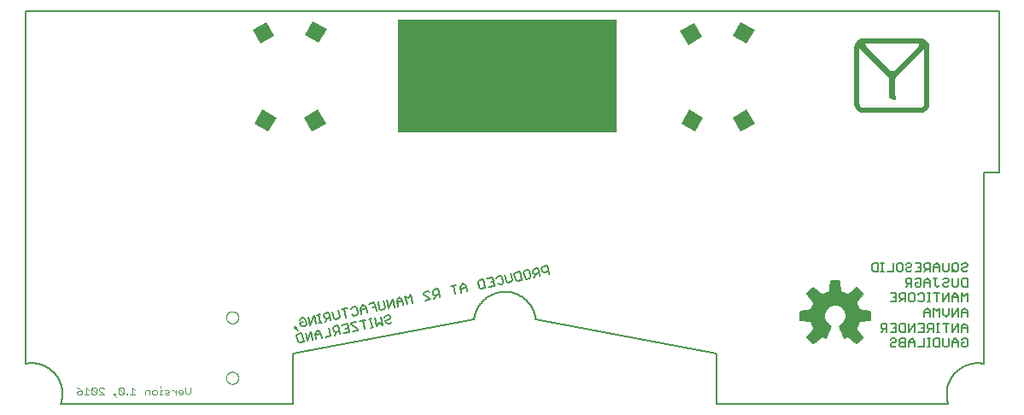
<source format=gbo>
G75*
%MOIN*%
%OFA0B0*%
%FSLAX25Y25*%
%IPPOS*%
%LPD*%
%AMOC8*
5,1,8,0,0,1.08239X$1,22.5*
%
%ADD10C,0.00800*%
%ADD11C,0.00787*%
%ADD12C,0.00600*%
%ADD13C,0.00300*%
%ADD14R,0.06299X0.06299*%
%ADD15R,0.85433X0.44094*%
%ADD16C,0.00591*%
%ADD17C,0.02100*%
%ADD18C,0.02400*%
%ADD19C,0.02200*%
%ADD20C,0.00100*%
%ADD21C,0.00000*%
D10*
X0016870Y0164242D02*
X0396791Y0164242D01*
D11*
X0030650Y0010698D02*
X0030743Y0010975D01*
X0030830Y0011254D01*
X0030910Y0011534D01*
X0030983Y0011817D01*
X0031049Y0012101D01*
X0031108Y0012387D01*
X0031161Y0012674D01*
X0031206Y0012963D01*
X0031244Y0013252D01*
X0031276Y0013542D01*
X0031300Y0013833D01*
X0031317Y0014125D01*
X0031327Y0014416D01*
X0031330Y0014708D01*
X0031326Y0015000D01*
X0031315Y0015292D01*
X0031296Y0015583D01*
X0031271Y0015874D01*
X0031238Y0016164D01*
X0031199Y0016453D01*
X0031152Y0016742D01*
X0031099Y0017029D01*
X0031039Y0017314D01*
X0030971Y0017598D01*
X0030897Y0017880D01*
X0030816Y0018161D01*
X0030728Y0018439D01*
X0030633Y0018715D01*
X0030532Y0018989D01*
X0030424Y0019260D01*
X0030310Y0019529D01*
X0030189Y0019795D01*
X0030061Y0020057D01*
X0029928Y0020317D01*
X0029788Y0020573D01*
X0029642Y0020826D01*
X0029489Y0021075D01*
X0029331Y0021320D01*
X0029167Y0021561D01*
X0028997Y0021799D01*
X0028821Y0022032D01*
X0028640Y0022261D01*
X0028453Y0022485D01*
X0028261Y0022705D01*
X0028063Y0022919D01*
X0027860Y0023130D01*
X0027653Y0023335D01*
X0027440Y0023535D01*
X0027223Y0023729D01*
X0027001Y0023919D01*
X0026774Y0024103D01*
X0026543Y0024281D01*
X0026308Y0024454D01*
X0026068Y0024621D01*
X0025825Y0024782D01*
X0025577Y0024937D01*
X0025327Y0025086D01*
X0025072Y0025229D01*
X0024814Y0025366D01*
X0024553Y0025497D01*
X0024289Y0025621D01*
X0024021Y0025738D01*
X0023752Y0025849D01*
X0023479Y0025954D01*
X0023204Y0026052D01*
X0022927Y0026143D01*
X0022647Y0026227D01*
X0022366Y0026304D01*
X0022082Y0026375D01*
X0021798Y0026439D01*
X0021511Y0026496D01*
X0021224Y0026546D01*
X0020935Y0026588D01*
X0020645Y0026624D01*
X0020355Y0026653D01*
X0020064Y0026675D01*
X0019772Y0026689D01*
X0019480Y0026697D01*
X0019188Y0026697D01*
X0018896Y0026691D01*
X0018605Y0026677D01*
X0018314Y0026656D01*
X0018023Y0026628D01*
X0017733Y0026593D01*
X0017444Y0026551D01*
X0017157Y0026502D01*
X0016870Y0026446D01*
X0016870Y0026447D02*
X0016870Y0164242D01*
X0121201Y0030384D02*
X0192028Y0043825D01*
X0192064Y0044119D01*
X0192108Y0044412D01*
X0192158Y0044704D01*
X0192216Y0044995D01*
X0192281Y0045284D01*
X0192353Y0045571D01*
X0192432Y0045857D01*
X0192518Y0046140D01*
X0192611Y0046421D01*
X0192711Y0046700D01*
X0192818Y0046977D01*
X0192931Y0047251D01*
X0193051Y0047521D01*
X0193178Y0047789D01*
X0193311Y0048054D01*
X0193451Y0048315D01*
X0193597Y0048573D01*
X0193750Y0048827D01*
X0193908Y0049077D01*
X0194073Y0049324D01*
X0194243Y0049566D01*
X0194420Y0049804D01*
X0194602Y0050038D01*
X0194790Y0050267D01*
X0194984Y0050491D01*
X0195183Y0050710D01*
X0195387Y0050925D01*
X0195597Y0051135D01*
X0195811Y0051339D01*
X0196031Y0051538D01*
X0196255Y0051731D01*
X0196484Y0051919D01*
X0196718Y0052102D01*
X0196956Y0052278D01*
X0197198Y0052449D01*
X0197444Y0052613D01*
X0197695Y0052772D01*
X0197949Y0052924D01*
X0198207Y0053070D01*
X0198468Y0053210D01*
X0198733Y0053343D01*
X0199001Y0053470D01*
X0199271Y0053590D01*
X0199545Y0053703D01*
X0199822Y0053810D01*
X0200101Y0053909D01*
X0200382Y0054002D01*
X0200666Y0054088D01*
X0200951Y0054167D01*
X0201239Y0054239D01*
X0201528Y0054304D01*
X0201818Y0054362D01*
X0202110Y0054413D01*
X0202403Y0054456D01*
X0202697Y0054492D01*
X0202992Y0054521D01*
X0203288Y0054543D01*
X0203584Y0054558D01*
X0203880Y0054565D01*
X0204176Y0054565D01*
X0204472Y0054558D01*
X0204768Y0054543D01*
X0205064Y0054521D01*
X0205359Y0054492D01*
X0205653Y0054456D01*
X0205946Y0054413D01*
X0206238Y0054362D01*
X0206528Y0054304D01*
X0206817Y0054239D01*
X0207105Y0054167D01*
X0207390Y0054088D01*
X0207674Y0054002D01*
X0207955Y0053909D01*
X0208234Y0053810D01*
X0208511Y0053703D01*
X0208785Y0053590D01*
X0209055Y0053470D01*
X0209323Y0053343D01*
X0209588Y0053210D01*
X0209849Y0053070D01*
X0210107Y0052924D01*
X0210361Y0052772D01*
X0210612Y0052613D01*
X0210858Y0052449D01*
X0211100Y0052278D01*
X0211338Y0052102D01*
X0211572Y0051919D01*
X0211801Y0051731D01*
X0212025Y0051538D01*
X0212245Y0051339D01*
X0212459Y0051135D01*
X0212669Y0050925D01*
X0212873Y0050710D01*
X0213072Y0050491D01*
X0213266Y0050267D01*
X0213454Y0050038D01*
X0213636Y0049804D01*
X0213813Y0049566D01*
X0213983Y0049324D01*
X0214148Y0049077D01*
X0214306Y0048827D01*
X0214459Y0048573D01*
X0214605Y0048315D01*
X0214745Y0048054D01*
X0214878Y0047789D01*
X0215005Y0047521D01*
X0215125Y0047251D01*
X0215238Y0046977D01*
X0215345Y0046700D01*
X0215445Y0046421D01*
X0215538Y0046140D01*
X0215624Y0045857D01*
X0215703Y0045571D01*
X0215775Y0045284D01*
X0215840Y0044995D01*
X0215898Y0044704D01*
X0215948Y0044412D01*
X0215992Y0044119D01*
X0216028Y0043825D01*
X0286555Y0030384D01*
X0286555Y0010699D01*
X0377106Y0010699D01*
X0377015Y0010978D01*
X0376930Y0011260D01*
X0376851Y0011544D01*
X0376780Y0011830D01*
X0376716Y0012117D01*
X0376659Y0012406D01*
X0376609Y0012696D01*
X0376566Y0012987D01*
X0376530Y0013279D01*
X0376501Y0013572D01*
X0376480Y0013865D01*
X0376465Y0014159D01*
X0376458Y0014454D01*
X0376458Y0014748D01*
X0376465Y0015042D01*
X0376479Y0015336D01*
X0376501Y0015630D01*
X0376529Y0015923D01*
X0376565Y0016215D01*
X0376608Y0016506D01*
X0376658Y0016796D01*
X0376714Y0017085D01*
X0376778Y0017372D01*
X0376849Y0017658D01*
X0376927Y0017942D01*
X0377012Y0018224D01*
X0377104Y0018503D01*
X0377202Y0018781D01*
X0377307Y0019056D01*
X0377419Y0019328D01*
X0377538Y0019597D01*
X0377662Y0019864D01*
X0377794Y0020127D01*
X0377932Y0020387D01*
X0378076Y0020644D01*
X0378226Y0020897D01*
X0378383Y0021146D01*
X0378545Y0021392D01*
X0378713Y0021633D01*
X0378888Y0021871D01*
X0379068Y0022103D01*
X0379253Y0022332D01*
X0379444Y0022556D01*
X0379641Y0022775D01*
X0379843Y0022989D01*
X0380050Y0023198D01*
X0380262Y0023403D01*
X0380479Y0023602D01*
X0380700Y0023795D01*
X0380927Y0023983D01*
X0381157Y0024166D01*
X0381393Y0024343D01*
X0381632Y0024514D01*
X0381876Y0024679D01*
X0382123Y0024838D01*
X0382375Y0024992D01*
X0382630Y0025139D01*
X0382888Y0025279D01*
X0383150Y0025414D01*
X0383415Y0025542D01*
X0383683Y0025663D01*
X0383954Y0025778D01*
X0384228Y0025886D01*
X0384504Y0025988D01*
X0384783Y0026083D01*
X0385064Y0026170D01*
X0385347Y0026252D01*
X0385632Y0026326D01*
X0385918Y0026393D01*
X0386206Y0026453D01*
X0386496Y0026506D01*
X0386787Y0026552D01*
X0387078Y0026591D01*
X0387371Y0026623D01*
X0387664Y0026648D01*
X0387958Y0026665D01*
X0388252Y0026676D01*
X0388547Y0026679D01*
X0388841Y0026675D01*
X0389135Y0026664D01*
X0389429Y0026646D01*
X0389722Y0026620D01*
X0390015Y0026588D01*
X0390306Y0026548D01*
X0390597Y0026501D01*
X0390886Y0026447D01*
X0390886Y0101250D01*
X0396791Y0101250D01*
X0396791Y0164242D01*
X0121201Y0030384D02*
X0121201Y0010699D01*
X0030650Y0010699D01*
D12*
X0123183Y0035118D02*
X0122720Y0037296D01*
X0123149Y0037956D01*
X0124782Y0038303D01*
X0125476Y0035036D01*
X0123843Y0034689D01*
X0123183Y0035118D01*
X0126844Y0035327D02*
X0126150Y0038594D01*
X0128328Y0039057D02*
X0126844Y0035327D01*
X0129022Y0035790D02*
X0128328Y0039057D01*
X0129927Y0038259D02*
X0130390Y0036081D01*
X0130043Y0037714D02*
X0132221Y0038177D01*
X0132105Y0038721D02*
X0132568Y0036544D01*
X0133936Y0036834D02*
X0136114Y0037297D01*
X0135420Y0040564D01*
X0136904Y0040310D02*
X0137135Y0039221D01*
X0137795Y0038793D01*
X0139429Y0039140D01*
X0139660Y0038051D02*
X0138966Y0041318D01*
X0137332Y0040971D01*
X0136904Y0040310D01*
X0138340Y0038908D02*
X0137482Y0037588D01*
X0141028Y0038342D02*
X0143206Y0038805D01*
X0142512Y0042072D01*
X0140334Y0041609D01*
X0141770Y0040207D02*
X0142859Y0040438D01*
X0143995Y0041818D02*
X0146636Y0040103D01*
X0146752Y0039558D01*
X0144574Y0039095D01*
X0143995Y0041818D02*
X0143880Y0042362D01*
X0146058Y0042825D01*
X0147426Y0043116D02*
X0149603Y0043579D01*
X0148515Y0043348D02*
X0149209Y0040081D01*
X0151573Y0040583D02*
X0152662Y0040815D01*
X0152117Y0040699D02*
X0151423Y0043966D01*
X0151967Y0044081D02*
X0150878Y0043850D01*
X0153335Y0044372D02*
X0154030Y0041105D01*
X0154887Y0042426D01*
X0156208Y0041568D01*
X0155513Y0044835D01*
X0156997Y0044581D02*
X0157426Y0045242D01*
X0158515Y0045473D01*
X0159175Y0045044D01*
X0159291Y0044500D01*
X0158862Y0043840D01*
X0157773Y0043608D01*
X0157344Y0042948D01*
X0157460Y0042404D01*
X0158120Y0041975D01*
X0159209Y0042206D01*
X0159638Y0042866D01*
X0158712Y0048138D02*
X0158018Y0051405D01*
X0156650Y0051114D02*
X0157228Y0048392D01*
X0156800Y0047731D01*
X0155711Y0047500D01*
X0155050Y0047929D01*
X0154472Y0050651D01*
X0153104Y0050360D02*
X0153798Y0047093D01*
X0153451Y0048727D02*
X0152362Y0048495D01*
X0150926Y0049897D02*
X0153104Y0050360D01*
X0149789Y0048518D02*
X0148469Y0049375D01*
X0147611Y0048055D01*
X0148074Y0045877D01*
X0146591Y0046130D02*
X0146162Y0045470D01*
X0145073Y0045239D01*
X0144413Y0045668D01*
X0146591Y0046130D02*
X0146128Y0048308D01*
X0145467Y0048737D01*
X0144378Y0048506D01*
X0143950Y0047845D01*
X0142466Y0048099D02*
X0140288Y0047636D01*
X0141377Y0047868D02*
X0142071Y0044601D01*
X0139499Y0044623D02*
X0138920Y0047345D01*
X0136742Y0046883D02*
X0137321Y0044160D01*
X0137981Y0043731D01*
X0139070Y0043963D01*
X0139499Y0044623D01*
X0136069Y0043325D02*
X0135374Y0046592D01*
X0133741Y0046245D01*
X0133312Y0045584D01*
X0133543Y0044495D01*
X0134204Y0044067D01*
X0135837Y0044414D01*
X0134748Y0044182D02*
X0133891Y0042862D01*
X0132523Y0042571D02*
X0131434Y0042340D01*
X0131978Y0042455D02*
X0131284Y0045722D01*
X0131828Y0045838D02*
X0130739Y0045607D01*
X0129464Y0045336D02*
X0127981Y0041606D01*
X0127286Y0044873D01*
X0126034Y0044037D02*
X0126497Y0041859D01*
X0126068Y0041199D01*
X0124979Y0040968D01*
X0124319Y0041397D01*
X0124088Y0042485D01*
X0125177Y0042717D01*
X0126034Y0044037D02*
X0125374Y0044466D01*
X0124285Y0044235D01*
X0123856Y0043574D01*
X0122407Y0040990D02*
X0122522Y0040446D01*
X0121978Y0040330D01*
X0121862Y0040874D01*
X0122407Y0040990D01*
X0121978Y0040330D02*
X0123298Y0039472D01*
X0129927Y0038259D02*
X0130785Y0039579D01*
X0132105Y0038721D01*
X0130159Y0042069D02*
X0129464Y0045336D01*
X0147727Y0047510D02*
X0149905Y0047973D01*
X0149789Y0048518D02*
X0150252Y0046340D01*
X0158712Y0048138D02*
X0160196Y0051868D01*
X0160890Y0048601D01*
X0162258Y0048892D02*
X0161795Y0051070D01*
X0162653Y0052390D01*
X0163973Y0051533D01*
X0164436Y0049355D01*
X0165804Y0049645D02*
X0165109Y0052912D01*
X0166430Y0052055D01*
X0167287Y0053375D01*
X0167982Y0050108D01*
X0164089Y0050988D02*
X0161911Y0050525D01*
X0172433Y0053331D02*
X0172317Y0053875D01*
X0172746Y0054535D01*
X0173835Y0054767D01*
X0174495Y0054338D01*
X0175863Y0054629D02*
X0176094Y0053540D01*
X0176755Y0053111D01*
X0178388Y0053458D01*
X0178620Y0052369D02*
X0177925Y0055636D01*
X0176292Y0055289D01*
X0175863Y0054629D01*
X0177299Y0053227D02*
X0176442Y0051907D01*
X0175074Y0051616D02*
X0172896Y0051153D01*
X0175074Y0051616D02*
X0172433Y0053331D01*
X0182839Y0056681D02*
X0185017Y0057144D01*
X0183928Y0056912D02*
X0184622Y0053645D01*
X0187079Y0054168D02*
X0186616Y0056346D01*
X0187474Y0057666D01*
X0188794Y0056809D01*
X0189257Y0054631D01*
X0188910Y0056264D02*
X0186732Y0055801D01*
X0194055Y0056220D02*
X0193593Y0058397D01*
X0194021Y0059058D01*
X0195655Y0059405D01*
X0196349Y0056138D01*
X0194716Y0055791D01*
X0194055Y0056220D01*
X0197717Y0056429D02*
X0199895Y0056892D01*
X0199201Y0060159D01*
X0197023Y0059696D01*
X0198459Y0058294D02*
X0199548Y0058525D01*
X0201147Y0057727D02*
X0201808Y0057298D01*
X0202896Y0057530D01*
X0203325Y0058190D01*
X0202862Y0060368D01*
X0202202Y0060797D01*
X0201113Y0060565D01*
X0200684Y0059905D01*
X0204115Y0061203D02*
X0204693Y0058481D01*
X0205353Y0058052D01*
X0206442Y0058283D01*
X0206871Y0058944D01*
X0206292Y0061666D01*
X0207776Y0061412D02*
X0208205Y0062073D01*
X0209838Y0062420D01*
X0210533Y0059153D01*
X0208899Y0058806D01*
X0208239Y0059234D01*
X0207776Y0061412D01*
X0211322Y0062166D02*
X0211751Y0062826D01*
X0212840Y0063058D01*
X0213500Y0062629D01*
X0213963Y0060451D01*
X0213534Y0059791D01*
X0212445Y0059559D01*
X0211785Y0059988D01*
X0211322Y0062166D01*
X0214868Y0062920D02*
X0215099Y0061831D01*
X0215760Y0061402D01*
X0217393Y0061749D01*
X0217625Y0060660D02*
X0216930Y0063927D01*
X0215297Y0063580D01*
X0214868Y0062920D01*
X0216304Y0061518D02*
X0215447Y0060197D01*
X0218645Y0062585D02*
X0219306Y0062156D01*
X0220939Y0062503D01*
X0221171Y0061414D02*
X0220476Y0064681D01*
X0218843Y0064334D01*
X0218414Y0063673D01*
X0218645Y0062585D01*
X0347237Y0063039D02*
X0347237Y0065266D01*
X0347794Y0065823D01*
X0349464Y0065823D01*
X0349464Y0062483D01*
X0347794Y0062483D01*
X0347237Y0063039D01*
X0350767Y0062483D02*
X0351881Y0062483D01*
X0351324Y0062483D02*
X0351324Y0065823D01*
X0351881Y0065823D02*
X0350767Y0065823D01*
X0353279Y0062483D02*
X0355506Y0062483D01*
X0355506Y0065823D01*
X0356904Y0065266D02*
X0357461Y0065823D01*
X0358574Y0065823D01*
X0359131Y0065266D01*
X0359131Y0063039D01*
X0358574Y0062483D01*
X0357461Y0062483D01*
X0356904Y0063039D01*
X0356904Y0065266D01*
X0360529Y0065266D02*
X0361086Y0065823D01*
X0362199Y0065823D01*
X0362756Y0065266D01*
X0362756Y0064709D01*
X0362199Y0064153D01*
X0361086Y0064153D01*
X0360529Y0063596D01*
X0360529Y0063039D01*
X0361086Y0062483D01*
X0362199Y0062483D01*
X0362756Y0063039D01*
X0364154Y0062483D02*
X0366381Y0062483D01*
X0366381Y0065823D01*
X0364154Y0065823D01*
X0365268Y0064153D02*
X0366381Y0064153D01*
X0367780Y0064153D02*
X0368336Y0063596D01*
X0370006Y0063596D01*
X0368893Y0063596D02*
X0367780Y0062483D01*
X0367780Y0064153D02*
X0367780Y0065266D01*
X0368336Y0065823D01*
X0370006Y0065823D01*
X0370006Y0062483D01*
X0371405Y0062483D02*
X0371405Y0064709D01*
X0372518Y0065823D01*
X0373631Y0064709D01*
X0373631Y0062483D01*
X0375030Y0063039D02*
X0375030Y0065823D01*
X0373631Y0064153D02*
X0371405Y0064153D01*
X0375030Y0063039D02*
X0375587Y0062483D01*
X0376700Y0062483D01*
X0377256Y0063039D01*
X0377256Y0065823D01*
X0378655Y0065266D02*
X0378655Y0063039D01*
X0379212Y0062483D01*
X0380325Y0062483D01*
X0380882Y0063039D01*
X0380882Y0065266D01*
X0380325Y0065823D01*
X0379212Y0065823D01*
X0378655Y0065266D01*
X0379768Y0063596D02*
X0378655Y0062483D01*
X0378655Y0059917D02*
X0378655Y0057134D01*
X0379212Y0056577D01*
X0380325Y0056577D01*
X0380882Y0057134D01*
X0380882Y0059917D01*
X0382280Y0059360D02*
X0382837Y0059917D01*
X0384507Y0059917D01*
X0384507Y0056577D01*
X0382837Y0056577D01*
X0382280Y0057134D01*
X0382280Y0059360D01*
X0382837Y0062483D02*
X0383950Y0062483D01*
X0384507Y0063039D01*
X0383950Y0064153D02*
X0382837Y0064153D01*
X0382280Y0063596D01*
X0382280Y0063039D01*
X0382837Y0062483D01*
X0383950Y0064153D02*
X0384507Y0064709D01*
X0384507Y0065266D01*
X0383950Y0065823D01*
X0382837Y0065823D01*
X0382280Y0065266D01*
X0376700Y0059917D02*
X0377256Y0059360D01*
X0377256Y0058804D01*
X0376700Y0058247D01*
X0375587Y0058247D01*
X0375030Y0057691D01*
X0375030Y0057134D01*
X0375587Y0056577D01*
X0376700Y0056577D01*
X0377256Y0057134D01*
X0376700Y0059917D02*
X0375587Y0059917D01*
X0375030Y0059360D01*
X0372518Y0059917D02*
X0371405Y0059917D01*
X0371961Y0059917D02*
X0371961Y0057134D01*
X0372518Y0056577D01*
X0373075Y0056577D01*
X0373631Y0057134D01*
X0373631Y0054012D02*
X0371405Y0054012D01*
X0372518Y0054012D02*
X0372518Y0050672D01*
X0370006Y0050672D02*
X0368893Y0050672D01*
X0369450Y0050672D02*
X0369450Y0054012D01*
X0370006Y0054012D02*
X0368893Y0054012D01*
X0367589Y0053455D02*
X0367033Y0054012D01*
X0365920Y0054012D01*
X0365363Y0053455D01*
X0363964Y0053455D02*
X0363964Y0051228D01*
X0363408Y0050672D01*
X0362294Y0050672D01*
X0361738Y0051228D01*
X0361738Y0053455D01*
X0362294Y0054012D01*
X0363408Y0054012D01*
X0363964Y0053455D01*
X0365363Y0051228D02*
X0365920Y0050672D01*
X0367033Y0050672D01*
X0367589Y0051228D01*
X0367589Y0053455D01*
X0375030Y0054012D02*
X0375030Y0050672D01*
X0377256Y0054012D01*
X0377256Y0050672D01*
X0378655Y0050672D02*
X0378655Y0052898D01*
X0379768Y0054012D01*
X0380882Y0052898D01*
X0380882Y0050672D01*
X0382280Y0050672D02*
X0382280Y0054012D01*
X0383393Y0052898D01*
X0384507Y0054012D01*
X0384507Y0050672D01*
X0383393Y0048106D02*
X0382280Y0046993D01*
X0382280Y0044766D01*
X0380882Y0044766D02*
X0380882Y0048106D01*
X0378655Y0044766D01*
X0378655Y0048106D01*
X0377256Y0048106D02*
X0377256Y0045880D01*
X0376143Y0044766D01*
X0375030Y0045880D01*
X0375030Y0048106D01*
X0373631Y0048106D02*
X0372518Y0046993D01*
X0371405Y0048106D01*
X0371405Y0044766D01*
X0370006Y0044766D02*
X0370006Y0046993D01*
X0368893Y0048106D01*
X0367780Y0046993D01*
X0367780Y0044766D01*
X0367780Y0046436D02*
X0370006Y0046436D01*
X0373631Y0044766D02*
X0373631Y0048106D01*
X0373631Y0042201D02*
X0372518Y0042201D01*
X0373075Y0042201D02*
X0373075Y0038861D01*
X0373631Y0038861D02*
X0372518Y0038861D01*
X0371215Y0038861D02*
X0371215Y0042201D01*
X0369545Y0042201D01*
X0368988Y0041644D01*
X0368988Y0040531D01*
X0369545Y0039974D01*
X0371215Y0039974D01*
X0370101Y0039974D02*
X0368988Y0038861D01*
X0367589Y0038861D02*
X0365363Y0038861D01*
X0363964Y0038861D02*
X0363964Y0042201D01*
X0361738Y0038861D01*
X0361738Y0042201D01*
X0360339Y0042201D02*
X0358669Y0042201D01*
X0358113Y0041644D01*
X0358113Y0039417D01*
X0358669Y0038861D01*
X0360339Y0038861D01*
X0360339Y0042201D01*
X0356714Y0042201D02*
X0356714Y0038861D01*
X0354487Y0038861D01*
X0353089Y0038861D02*
X0353089Y0042201D01*
X0351419Y0042201D01*
X0350862Y0041644D01*
X0350862Y0040531D01*
X0351419Y0039974D01*
X0353089Y0039974D01*
X0351976Y0039974D02*
X0350862Y0038861D01*
X0354487Y0035738D02*
X0355044Y0036295D01*
X0356157Y0036295D01*
X0356714Y0035738D01*
X0356714Y0035182D01*
X0356157Y0034625D01*
X0355044Y0034625D01*
X0354487Y0034069D01*
X0354487Y0033512D01*
X0355044Y0032955D01*
X0356157Y0032955D01*
X0356714Y0033512D01*
X0358113Y0033512D02*
X0358669Y0032955D01*
X0360339Y0032955D01*
X0360339Y0036295D01*
X0358669Y0036295D01*
X0358113Y0035738D01*
X0358113Y0035182D01*
X0358669Y0034625D01*
X0360339Y0034625D01*
X0361738Y0034625D02*
X0363964Y0034625D01*
X0363964Y0035182D02*
X0362851Y0036295D01*
X0361738Y0035182D01*
X0361738Y0032955D01*
X0363964Y0032955D02*
X0363964Y0035182D01*
X0365363Y0032955D02*
X0367589Y0032955D01*
X0367589Y0036295D01*
X0368893Y0036295D02*
X0370006Y0036295D01*
X0369450Y0036295D02*
X0369450Y0032955D01*
X0370006Y0032955D02*
X0368893Y0032955D01*
X0371405Y0033512D02*
X0371405Y0035738D01*
X0371961Y0036295D01*
X0373631Y0036295D01*
X0373631Y0032955D01*
X0371961Y0032955D01*
X0371405Y0033512D01*
X0375030Y0033512D02*
X0375030Y0036295D01*
X0377256Y0036295D02*
X0377256Y0033512D01*
X0376700Y0032955D01*
X0375587Y0032955D01*
X0375030Y0033512D01*
X0378655Y0032955D02*
X0378655Y0035182D01*
X0379768Y0036295D01*
X0380882Y0035182D01*
X0380882Y0032955D01*
X0382280Y0033512D02*
X0382837Y0032955D01*
X0383950Y0032955D01*
X0384507Y0033512D01*
X0384507Y0035738D01*
X0383950Y0036295D01*
X0382837Y0036295D01*
X0382280Y0035738D01*
X0382280Y0034625D02*
X0383393Y0034625D01*
X0382280Y0034625D02*
X0382280Y0033512D01*
X0380882Y0034625D02*
X0378655Y0034625D01*
X0378655Y0038861D02*
X0378655Y0042201D01*
X0377256Y0042201D02*
X0375030Y0042201D01*
X0376143Y0042201D02*
X0376143Y0038861D01*
X0378655Y0038861D02*
X0380882Y0042201D01*
X0380882Y0038861D01*
X0382280Y0038861D02*
X0382280Y0041087D01*
X0383393Y0042201D01*
X0384507Y0041087D01*
X0384507Y0038861D01*
X0384507Y0040531D02*
X0382280Y0040531D01*
X0384507Y0044766D02*
X0384507Y0046993D01*
X0383393Y0048106D01*
X0382280Y0046436D02*
X0384507Y0046436D01*
X0380882Y0052342D02*
X0378655Y0052342D01*
X0370006Y0056577D02*
X0370006Y0058804D01*
X0368893Y0059917D01*
X0367780Y0058804D01*
X0367780Y0056577D01*
X0366381Y0057134D02*
X0366381Y0059360D01*
X0365824Y0059917D01*
X0364711Y0059917D01*
X0364154Y0059360D01*
X0364154Y0058247D02*
X0365268Y0058247D01*
X0364154Y0058247D02*
X0364154Y0057134D01*
X0364711Y0056577D01*
X0365824Y0056577D01*
X0366381Y0057134D01*
X0367780Y0058247D02*
X0370006Y0058247D01*
X0362756Y0057691D02*
X0361086Y0057691D01*
X0360529Y0058247D01*
X0360529Y0059360D01*
X0361086Y0059917D01*
X0362756Y0059917D01*
X0362756Y0056577D01*
X0361643Y0057691D02*
X0360529Y0056577D01*
X0360339Y0054012D02*
X0358669Y0054012D01*
X0358113Y0053455D01*
X0358113Y0052342D01*
X0358669Y0051785D01*
X0360339Y0051785D01*
X0359226Y0051785D02*
X0358113Y0050672D01*
X0356714Y0050672D02*
X0354487Y0050672D01*
X0355601Y0052342D02*
X0356714Y0052342D01*
X0356714Y0054012D02*
X0356714Y0050672D01*
X0360339Y0050672D02*
X0360339Y0054012D01*
X0356714Y0054012D02*
X0354487Y0054012D01*
X0354487Y0042201D02*
X0356714Y0042201D01*
X0356714Y0040531D02*
X0355601Y0040531D01*
X0358669Y0034625D02*
X0358113Y0034069D01*
X0358113Y0033512D01*
X0366476Y0040531D02*
X0367589Y0040531D01*
X0367589Y0042201D02*
X0367589Y0038861D01*
X0367589Y0042201D02*
X0365363Y0042201D01*
D13*
X0081329Y0017149D02*
X0081329Y0015248D01*
X0080378Y0014297D01*
X0079427Y0015248D01*
X0079427Y0017149D01*
X0078429Y0015723D02*
X0078429Y0014773D01*
X0077953Y0014297D01*
X0077002Y0014297D01*
X0076527Y0015248D02*
X0078429Y0015248D01*
X0078429Y0015723D02*
X0077953Y0016199D01*
X0077002Y0016199D01*
X0076527Y0015723D01*
X0076527Y0015248D01*
X0075528Y0015248D02*
X0074578Y0016199D01*
X0074102Y0016199D01*
X0073112Y0015723D02*
X0072636Y0016199D01*
X0071210Y0016199D01*
X0070212Y0016199D02*
X0069736Y0016199D01*
X0069736Y0014297D01*
X0069261Y0014297D02*
X0070212Y0014297D01*
X0071210Y0014773D02*
X0071686Y0015248D01*
X0072636Y0015248D01*
X0073112Y0015723D01*
X0073112Y0014297D02*
X0071686Y0014297D01*
X0071210Y0014773D01*
X0069736Y0017149D02*
X0069736Y0017625D01*
X0068278Y0015723D02*
X0068278Y0014773D01*
X0067803Y0014297D01*
X0066852Y0014297D01*
X0066377Y0014773D01*
X0066377Y0015723D01*
X0066852Y0016199D01*
X0067803Y0016199D01*
X0068278Y0015723D01*
X0065378Y0016199D02*
X0065378Y0014297D01*
X0063477Y0014297D02*
X0063477Y0015723D01*
X0063952Y0016199D01*
X0065378Y0016199D01*
X0059578Y0016199D02*
X0058627Y0017149D01*
X0058627Y0014297D01*
X0059578Y0014297D02*
X0057676Y0014297D01*
X0056678Y0014297D02*
X0056202Y0014297D01*
X0056202Y0014773D01*
X0056678Y0014773D01*
X0056678Y0014297D01*
X0055228Y0014773D02*
X0053326Y0016674D01*
X0053326Y0014773D01*
X0053802Y0014297D01*
X0054752Y0014297D01*
X0055228Y0014773D01*
X0055228Y0016674D01*
X0054752Y0017149D01*
X0053802Y0017149D01*
X0053326Y0016674D01*
X0051852Y0014773D02*
X0051852Y0014297D01*
X0051377Y0014297D01*
X0051377Y0014773D01*
X0051852Y0014773D01*
X0051377Y0014297D02*
X0052328Y0013347D01*
X0047494Y0014297D02*
X0045593Y0016199D01*
X0045593Y0016674D01*
X0046068Y0017149D01*
X0047019Y0017149D01*
X0047494Y0016674D01*
X0047494Y0014297D02*
X0045593Y0014297D01*
X0044594Y0014773D02*
X0042693Y0016674D01*
X0042693Y0014773D01*
X0043168Y0014297D01*
X0044119Y0014297D01*
X0044594Y0014773D01*
X0044594Y0016674D01*
X0044119Y0017149D01*
X0043168Y0017149D01*
X0042693Y0016674D01*
X0041694Y0016199D02*
X0040743Y0017149D01*
X0040743Y0014297D01*
X0041694Y0014297D02*
X0039792Y0014297D01*
X0038794Y0014773D02*
X0038318Y0014297D01*
X0037368Y0014297D01*
X0036892Y0014773D01*
X0036892Y0015248D01*
X0037368Y0015723D01*
X0038794Y0015723D01*
X0038794Y0014773D01*
X0038794Y0015723D02*
X0037843Y0016674D01*
X0036892Y0017149D01*
X0075528Y0016199D02*
X0075528Y0014297D01*
D14*
G36*
X0111723Y0117028D02*
X0106270Y0120177D01*
X0109419Y0125630D01*
X0114872Y0122481D01*
X0111723Y0117028D01*
G37*
G36*
X0131014Y0125630D02*
X0134163Y0120177D01*
X0128710Y0117028D01*
X0125561Y0122481D01*
X0131014Y0125630D01*
G37*
G36*
X0129104Y0160275D02*
X0134557Y0157126D01*
X0131408Y0151673D01*
X0125955Y0154822D01*
X0129104Y0160275D01*
G37*
G36*
X0108631Y0151280D02*
X0105482Y0156733D01*
X0110935Y0159882D01*
X0114084Y0154429D01*
X0108631Y0151280D01*
G37*
G36*
X0275561Y0150886D02*
X0272412Y0156339D01*
X0277865Y0159488D01*
X0281014Y0154035D01*
X0275561Y0150886D01*
G37*
G36*
X0296033Y0159882D02*
X0301486Y0156733D01*
X0298337Y0151280D01*
X0292884Y0154429D01*
X0296033Y0159882D01*
G37*
G36*
X0298337Y0125630D02*
X0301486Y0120177D01*
X0296033Y0117028D01*
X0292884Y0122481D01*
X0298337Y0125630D01*
G37*
G36*
X0278258Y0117028D02*
X0272805Y0120177D01*
X0275954Y0125630D01*
X0281407Y0122481D01*
X0278258Y0117028D01*
G37*
D15*
X0204862Y0138652D03*
D16*
X0331238Y0058832D02*
X0334596Y0058832D01*
X0335048Y0054386D01*
X0336054Y0054095D01*
X0337021Y0053694D01*
X0337937Y0053190D01*
X0341401Y0056014D01*
X0343776Y0053639D01*
X0340952Y0050176D01*
X0341456Y0049259D01*
X0341857Y0048292D01*
X0342148Y0047287D01*
X0346594Y0046835D01*
X0346594Y0043476D01*
X0342148Y0043024D01*
X0341857Y0042019D01*
X0341456Y0041052D01*
X0340952Y0040135D01*
X0343776Y0036672D01*
X0341401Y0034297D01*
X0337937Y0037121D01*
X0337255Y0036733D01*
X0336543Y0036403D01*
X0334565Y0041177D01*
X0335208Y0041509D01*
X0335787Y0041945D01*
X0336284Y0042471D01*
X0336686Y0043073D01*
X0336982Y0043733D01*
X0337163Y0044434D01*
X0337224Y0045156D01*
X0337148Y0045960D01*
X0336923Y0046735D01*
X0336558Y0047455D01*
X0336065Y0048095D01*
X0335460Y0048631D01*
X0334767Y0049044D01*
X0334008Y0049321D01*
X0333211Y0049452D01*
X0332404Y0049431D01*
X0331615Y0049260D01*
X0330871Y0048945D01*
X0330200Y0048496D01*
X0329624Y0047930D01*
X0329164Y0047266D01*
X0328836Y0046528D01*
X0328651Y0045742D01*
X0328617Y0044935D01*
X0328734Y0044136D01*
X0328997Y0043373D01*
X0329399Y0042672D01*
X0329925Y0042059D01*
X0330555Y0041555D01*
X0331269Y0041177D01*
X0329292Y0036403D01*
X0328580Y0036733D01*
X0327897Y0037121D01*
X0324434Y0034297D01*
X0322059Y0036672D01*
X0324883Y0040135D01*
X0324378Y0041052D01*
X0323978Y0042019D01*
X0323687Y0043024D01*
X0319241Y0043476D01*
X0319241Y0046835D01*
X0323687Y0047287D01*
X0323978Y0048292D01*
X0324378Y0049259D01*
X0324883Y0050176D01*
X0322059Y0053639D01*
X0324434Y0056014D01*
X0327897Y0053190D01*
X0328814Y0053694D01*
X0329781Y0054095D01*
X0330786Y0054386D01*
X0331238Y0058832D01*
X0331233Y0058786D02*
X0334601Y0058786D01*
X0334661Y0058197D02*
X0331174Y0058197D01*
X0331114Y0057608D02*
X0334721Y0057608D01*
X0334781Y0057019D02*
X0331054Y0057019D01*
X0330994Y0056429D02*
X0334841Y0056429D01*
X0334901Y0055840D02*
X0330934Y0055840D01*
X0330874Y0055251D02*
X0334960Y0055251D01*
X0335020Y0054662D02*
X0330814Y0054662D01*
X0329729Y0054073D02*
X0336106Y0054073D01*
X0337403Y0053484D02*
X0328432Y0053484D01*
X0327536Y0053484D02*
X0322185Y0053484D01*
X0322493Y0054073D02*
X0326814Y0054073D01*
X0326091Y0054662D02*
X0323082Y0054662D01*
X0323671Y0055251D02*
X0325369Y0055251D01*
X0324646Y0055840D02*
X0324261Y0055840D01*
X0322666Y0052895D02*
X0343169Y0052895D01*
X0342689Y0052306D02*
X0323146Y0052306D01*
X0323626Y0051717D02*
X0342208Y0051717D01*
X0341728Y0051128D02*
X0324107Y0051128D01*
X0324587Y0050539D02*
X0341248Y0050539D01*
X0341076Y0049950D02*
X0324759Y0049950D01*
X0324435Y0049361D02*
X0332080Y0049361D01*
X0330613Y0048772D02*
X0324177Y0048772D01*
X0323946Y0048183D02*
X0329881Y0048183D01*
X0329391Y0047594D02*
X0323776Y0047594D01*
X0320911Y0047004D02*
X0329048Y0047004D01*
X0328809Y0046415D02*
X0319241Y0046415D01*
X0319241Y0045826D02*
X0328671Y0045826D01*
X0328630Y0045237D02*
X0319241Y0045237D01*
X0319241Y0044648D02*
X0328659Y0044648D01*
X0328760Y0044059D02*
X0319241Y0044059D01*
X0319302Y0043470D02*
X0328964Y0043470D01*
X0329280Y0042881D02*
X0323728Y0042881D01*
X0323899Y0042292D02*
X0329725Y0042292D01*
X0330370Y0041703D02*
X0324109Y0041703D01*
X0324353Y0041114D02*
X0331243Y0041114D01*
X0330999Y0040525D02*
X0324669Y0040525D01*
X0324720Y0039936D02*
X0330755Y0039936D01*
X0330511Y0039347D02*
X0324240Y0039347D01*
X0323760Y0038758D02*
X0330267Y0038758D01*
X0330023Y0038169D02*
X0323279Y0038169D01*
X0322799Y0037579D02*
X0329779Y0037579D01*
X0329535Y0036990D02*
X0328127Y0036990D01*
X0327737Y0036990D02*
X0322319Y0036990D01*
X0322330Y0036401D02*
X0327014Y0036401D01*
X0326292Y0035812D02*
X0322919Y0035812D01*
X0323508Y0035223D02*
X0325570Y0035223D01*
X0324847Y0034634D02*
X0324097Y0034634D01*
X0335324Y0039347D02*
X0341595Y0039347D01*
X0341114Y0039936D02*
X0335080Y0039936D01*
X0334836Y0040525D02*
X0341166Y0040525D01*
X0341482Y0041114D02*
X0334592Y0041114D01*
X0335466Y0041703D02*
X0341726Y0041703D01*
X0341936Y0042292D02*
X0336115Y0042292D01*
X0336558Y0042881D02*
X0342106Y0042881D01*
X0342075Y0038758D02*
X0335568Y0038758D01*
X0335812Y0038169D02*
X0342555Y0038169D01*
X0343036Y0037579D02*
X0336056Y0037579D01*
X0336300Y0036990D02*
X0337707Y0036990D01*
X0338098Y0036990D02*
X0343516Y0036990D01*
X0343505Y0036401D02*
X0338820Y0036401D01*
X0339543Y0035812D02*
X0342916Y0035812D01*
X0342327Y0035223D02*
X0340265Y0035223D01*
X0340988Y0034634D02*
X0341738Y0034634D01*
X0346532Y0043470D02*
X0336864Y0043470D01*
X0337066Y0044059D02*
X0346594Y0044059D01*
X0346594Y0044648D02*
X0337181Y0044648D01*
X0337216Y0045237D02*
X0346594Y0045237D01*
X0346594Y0045826D02*
X0337160Y0045826D01*
X0337016Y0046415D02*
X0346594Y0046415D01*
X0344923Y0047004D02*
X0336787Y0047004D01*
X0336451Y0047594D02*
X0342059Y0047594D01*
X0341888Y0048183D02*
X0335965Y0048183D01*
X0335224Y0048772D02*
X0341658Y0048772D01*
X0341400Y0049361D02*
X0333767Y0049361D01*
X0338298Y0053484D02*
X0343649Y0053484D01*
X0343341Y0054073D02*
X0339021Y0054073D01*
X0339743Y0054662D02*
X0342752Y0054662D01*
X0342163Y0055251D02*
X0340466Y0055251D01*
X0341188Y0055840D02*
X0341574Y0055840D01*
D17*
X0343628Y0125325D02*
X0343828Y0125325D01*
X0365828Y0125325D01*
X0368728Y0127725D02*
X0368728Y0149625D01*
X0368733Y0149726D01*
X0368735Y0149827D01*
X0368733Y0149929D01*
X0368727Y0150030D01*
X0368718Y0150130D01*
X0368705Y0150231D01*
X0368688Y0150331D01*
X0368667Y0150430D01*
X0368642Y0150528D01*
X0368614Y0150625D01*
X0368583Y0150721D01*
X0368547Y0150816D01*
X0368508Y0150910D01*
X0368466Y0151002D01*
X0368420Y0151092D01*
X0368371Y0151181D01*
X0368319Y0151267D01*
X0368264Y0151352D01*
X0368205Y0151435D01*
X0368143Y0151515D01*
X0368079Y0151593D01*
X0368011Y0151668D01*
X0367941Y0151741D01*
X0367868Y0151811D01*
X0367792Y0151879D01*
X0367714Y0151943D01*
X0367634Y0152005D01*
X0367551Y0152063D01*
X0367466Y0152119D01*
X0367380Y0152171D01*
X0367291Y0152220D01*
X0367200Y0152265D01*
X0367108Y0152307D01*
X0367015Y0152346D01*
X0366920Y0152381D01*
X0366824Y0152413D01*
X0366726Y0152441D01*
X0366628Y0152465D01*
X0366529Y0152485D01*
X0366429Y0152502D01*
X0366329Y0152515D01*
X0366228Y0152525D01*
X0344428Y0152525D01*
X0344328Y0152525D02*
X0344227Y0152530D01*
X0344126Y0152532D01*
X0344024Y0152530D01*
X0343923Y0152524D01*
X0343823Y0152515D01*
X0343722Y0152502D01*
X0343622Y0152485D01*
X0343523Y0152464D01*
X0343425Y0152439D01*
X0343328Y0152411D01*
X0343232Y0152380D01*
X0343137Y0152344D01*
X0343043Y0152305D01*
X0342951Y0152263D01*
X0342861Y0152217D01*
X0342772Y0152168D01*
X0342686Y0152116D01*
X0342601Y0152061D01*
X0342518Y0152002D01*
X0342438Y0151940D01*
X0342360Y0151876D01*
X0342285Y0151808D01*
X0342212Y0151738D01*
X0342142Y0151665D01*
X0342074Y0151589D01*
X0342010Y0151511D01*
X0341948Y0151431D01*
X0341890Y0151348D01*
X0341834Y0151263D01*
X0341782Y0151177D01*
X0341733Y0151088D01*
X0341688Y0150997D01*
X0341646Y0150905D01*
X0341607Y0150812D01*
X0341572Y0150717D01*
X0341540Y0150621D01*
X0341512Y0150523D01*
X0341488Y0150425D01*
X0341468Y0150326D01*
X0341451Y0150226D01*
X0341438Y0150126D01*
X0341428Y0150025D01*
X0341428Y0128225D01*
X0341427Y0128125D02*
X0341421Y0128025D01*
X0341419Y0127925D01*
X0341421Y0127825D01*
X0341427Y0127726D01*
X0341436Y0127626D01*
X0341449Y0127527D01*
X0341466Y0127429D01*
X0341487Y0127331D01*
X0341512Y0127234D01*
X0341540Y0127138D01*
X0341572Y0127044D01*
X0341608Y0126950D01*
X0341647Y0126858D01*
X0341689Y0126768D01*
X0341735Y0126679D01*
X0341785Y0126592D01*
X0341837Y0126507D01*
X0341893Y0126425D01*
X0341952Y0126344D01*
X0342014Y0126266D01*
X0342079Y0126190D01*
X0342147Y0126116D01*
X0342218Y0126046D01*
X0342291Y0125978D01*
X0342367Y0125913D01*
X0342445Y0125851D01*
X0342526Y0125792D01*
X0342609Y0125736D01*
X0342694Y0125683D01*
X0342781Y0125634D01*
X0342869Y0125588D01*
X0342960Y0125545D01*
X0343052Y0125506D01*
X0343145Y0125470D01*
X0343240Y0125438D01*
X0343336Y0125410D01*
X0343432Y0125385D01*
X0343530Y0125365D01*
X0343629Y0125347D01*
X0343728Y0125334D01*
X0343827Y0125325D01*
X0365828Y0125325D02*
X0365929Y0125320D01*
X0366030Y0125318D01*
X0366132Y0125320D01*
X0366233Y0125326D01*
X0366333Y0125335D01*
X0366434Y0125348D01*
X0366534Y0125365D01*
X0366633Y0125386D01*
X0366731Y0125411D01*
X0366828Y0125439D01*
X0366924Y0125470D01*
X0367019Y0125506D01*
X0367113Y0125545D01*
X0367205Y0125587D01*
X0367295Y0125633D01*
X0367384Y0125682D01*
X0367470Y0125734D01*
X0367555Y0125789D01*
X0367638Y0125848D01*
X0367718Y0125910D01*
X0367796Y0125974D01*
X0367871Y0126042D01*
X0367944Y0126112D01*
X0368014Y0126185D01*
X0368082Y0126261D01*
X0368146Y0126339D01*
X0368208Y0126419D01*
X0368266Y0126502D01*
X0368322Y0126587D01*
X0368374Y0126673D01*
X0368423Y0126762D01*
X0368468Y0126853D01*
X0368510Y0126945D01*
X0368549Y0127038D01*
X0368584Y0127133D01*
X0368616Y0127229D01*
X0368644Y0127327D01*
X0368668Y0127425D01*
X0368688Y0127524D01*
X0368705Y0127624D01*
X0368718Y0127724D01*
X0368728Y0127825D01*
D18*
X0355028Y0131325D02*
X0355028Y0139425D01*
X0355528Y0139725D02*
X0354328Y0139725D01*
X0355028Y0138525D02*
X0367828Y0151425D01*
X0355128Y0138425D02*
X0342228Y0151225D01*
D19*
X0342928Y0151825D02*
X0344128Y0149425D01*
X0366128Y0149825D02*
X0366828Y0152025D01*
D20*
X0356168Y0131225D02*
X0353878Y0131235D01*
X0353878Y0130535D01*
X0355728Y0129625D01*
X0356168Y0129625D01*
X0356168Y0131225D01*
X0356168Y0131185D02*
X0353878Y0131185D01*
X0353878Y0131087D02*
X0356168Y0131087D01*
X0356168Y0130988D02*
X0353878Y0130988D01*
X0353878Y0130890D02*
X0356168Y0130890D01*
X0356168Y0130791D02*
X0353878Y0130791D01*
X0353878Y0130692D02*
X0356168Y0130692D01*
X0356168Y0130594D02*
X0353878Y0130594D01*
X0353958Y0130495D02*
X0356168Y0130495D01*
X0356168Y0130397D02*
X0354158Y0130397D01*
X0354358Y0130298D02*
X0356168Y0130298D01*
X0356168Y0130200D02*
X0354559Y0130200D01*
X0354759Y0130101D02*
X0356168Y0130101D01*
X0356168Y0130003D02*
X0354959Y0130003D01*
X0355159Y0129904D02*
X0356168Y0129904D01*
X0356168Y0129806D02*
X0355360Y0129806D01*
X0355560Y0129707D02*
X0356168Y0129707D01*
D21*
X0095217Y0044557D02*
X0095219Y0044654D01*
X0095225Y0044751D01*
X0095235Y0044847D01*
X0095249Y0044943D01*
X0095267Y0045039D01*
X0095288Y0045133D01*
X0095314Y0045227D01*
X0095343Y0045319D01*
X0095377Y0045410D01*
X0095413Y0045500D01*
X0095454Y0045588D01*
X0095498Y0045674D01*
X0095546Y0045759D01*
X0095597Y0045841D01*
X0095651Y0045922D01*
X0095709Y0046000D01*
X0095770Y0046075D01*
X0095833Y0046148D01*
X0095900Y0046219D01*
X0095970Y0046286D01*
X0096042Y0046351D01*
X0096117Y0046412D01*
X0096195Y0046471D01*
X0096274Y0046526D01*
X0096356Y0046578D01*
X0096440Y0046626D01*
X0096526Y0046671D01*
X0096614Y0046713D01*
X0096703Y0046751D01*
X0096794Y0046785D01*
X0096886Y0046815D01*
X0096979Y0046842D01*
X0097074Y0046864D01*
X0097169Y0046883D01*
X0097265Y0046898D01*
X0097361Y0046909D01*
X0097458Y0046916D01*
X0097555Y0046919D01*
X0097652Y0046918D01*
X0097749Y0046913D01*
X0097845Y0046904D01*
X0097941Y0046891D01*
X0098037Y0046874D01*
X0098132Y0046853D01*
X0098225Y0046829D01*
X0098318Y0046800D01*
X0098410Y0046768D01*
X0098500Y0046732D01*
X0098588Y0046693D01*
X0098675Y0046649D01*
X0098760Y0046603D01*
X0098843Y0046552D01*
X0098924Y0046499D01*
X0099002Y0046442D01*
X0099079Y0046382D01*
X0099152Y0046319D01*
X0099223Y0046253D01*
X0099291Y0046184D01*
X0099357Y0046112D01*
X0099419Y0046038D01*
X0099478Y0045961D01*
X0099534Y0045882D01*
X0099587Y0045800D01*
X0099637Y0045717D01*
X0099682Y0045631D01*
X0099725Y0045544D01*
X0099764Y0045455D01*
X0099799Y0045365D01*
X0099830Y0045273D01*
X0099857Y0045180D01*
X0099881Y0045086D01*
X0099901Y0044991D01*
X0099917Y0044895D01*
X0099929Y0044799D01*
X0099937Y0044702D01*
X0099941Y0044605D01*
X0099941Y0044509D01*
X0099937Y0044412D01*
X0099929Y0044315D01*
X0099917Y0044219D01*
X0099901Y0044123D01*
X0099881Y0044028D01*
X0099857Y0043934D01*
X0099830Y0043841D01*
X0099799Y0043749D01*
X0099764Y0043659D01*
X0099725Y0043570D01*
X0099682Y0043483D01*
X0099637Y0043397D01*
X0099587Y0043314D01*
X0099534Y0043232D01*
X0099478Y0043153D01*
X0099419Y0043076D01*
X0099357Y0043002D01*
X0099291Y0042930D01*
X0099223Y0042861D01*
X0099152Y0042795D01*
X0099079Y0042732D01*
X0099002Y0042672D01*
X0098924Y0042615D01*
X0098843Y0042562D01*
X0098760Y0042511D01*
X0098675Y0042465D01*
X0098588Y0042421D01*
X0098500Y0042382D01*
X0098410Y0042346D01*
X0098318Y0042314D01*
X0098225Y0042285D01*
X0098132Y0042261D01*
X0098037Y0042240D01*
X0097941Y0042223D01*
X0097845Y0042210D01*
X0097749Y0042201D01*
X0097652Y0042196D01*
X0097555Y0042195D01*
X0097458Y0042198D01*
X0097361Y0042205D01*
X0097265Y0042216D01*
X0097169Y0042231D01*
X0097074Y0042250D01*
X0096979Y0042272D01*
X0096886Y0042299D01*
X0096794Y0042329D01*
X0096703Y0042363D01*
X0096614Y0042401D01*
X0096526Y0042443D01*
X0096440Y0042488D01*
X0096356Y0042536D01*
X0096274Y0042588D01*
X0096195Y0042643D01*
X0096117Y0042702D01*
X0096042Y0042763D01*
X0095970Y0042828D01*
X0095900Y0042895D01*
X0095833Y0042966D01*
X0095770Y0043039D01*
X0095709Y0043114D01*
X0095651Y0043192D01*
X0095597Y0043273D01*
X0095546Y0043355D01*
X0095498Y0043440D01*
X0095454Y0043526D01*
X0095413Y0043614D01*
X0095377Y0043704D01*
X0095343Y0043795D01*
X0095314Y0043887D01*
X0095288Y0043981D01*
X0095267Y0044075D01*
X0095249Y0044171D01*
X0095235Y0044267D01*
X0095225Y0044363D01*
X0095219Y0044460D01*
X0095217Y0044557D01*
X0095217Y0020935D02*
X0095219Y0021032D01*
X0095225Y0021129D01*
X0095235Y0021225D01*
X0095249Y0021321D01*
X0095267Y0021417D01*
X0095288Y0021511D01*
X0095314Y0021605D01*
X0095343Y0021697D01*
X0095377Y0021788D01*
X0095413Y0021878D01*
X0095454Y0021966D01*
X0095498Y0022052D01*
X0095546Y0022137D01*
X0095597Y0022219D01*
X0095651Y0022300D01*
X0095709Y0022378D01*
X0095770Y0022453D01*
X0095833Y0022526D01*
X0095900Y0022597D01*
X0095970Y0022664D01*
X0096042Y0022729D01*
X0096117Y0022790D01*
X0096195Y0022849D01*
X0096274Y0022904D01*
X0096356Y0022956D01*
X0096440Y0023004D01*
X0096526Y0023049D01*
X0096614Y0023091D01*
X0096703Y0023129D01*
X0096794Y0023163D01*
X0096886Y0023193D01*
X0096979Y0023220D01*
X0097074Y0023242D01*
X0097169Y0023261D01*
X0097265Y0023276D01*
X0097361Y0023287D01*
X0097458Y0023294D01*
X0097555Y0023297D01*
X0097652Y0023296D01*
X0097749Y0023291D01*
X0097845Y0023282D01*
X0097941Y0023269D01*
X0098037Y0023252D01*
X0098132Y0023231D01*
X0098225Y0023207D01*
X0098318Y0023178D01*
X0098410Y0023146D01*
X0098500Y0023110D01*
X0098588Y0023071D01*
X0098675Y0023027D01*
X0098760Y0022981D01*
X0098843Y0022930D01*
X0098924Y0022877D01*
X0099002Y0022820D01*
X0099079Y0022760D01*
X0099152Y0022697D01*
X0099223Y0022631D01*
X0099291Y0022562D01*
X0099357Y0022490D01*
X0099419Y0022416D01*
X0099478Y0022339D01*
X0099534Y0022260D01*
X0099587Y0022178D01*
X0099637Y0022095D01*
X0099682Y0022009D01*
X0099725Y0021922D01*
X0099764Y0021833D01*
X0099799Y0021743D01*
X0099830Y0021651D01*
X0099857Y0021558D01*
X0099881Y0021464D01*
X0099901Y0021369D01*
X0099917Y0021273D01*
X0099929Y0021177D01*
X0099937Y0021080D01*
X0099941Y0020983D01*
X0099941Y0020887D01*
X0099937Y0020790D01*
X0099929Y0020693D01*
X0099917Y0020597D01*
X0099901Y0020501D01*
X0099881Y0020406D01*
X0099857Y0020312D01*
X0099830Y0020219D01*
X0099799Y0020127D01*
X0099764Y0020037D01*
X0099725Y0019948D01*
X0099682Y0019861D01*
X0099637Y0019775D01*
X0099587Y0019692D01*
X0099534Y0019610D01*
X0099478Y0019531D01*
X0099419Y0019454D01*
X0099357Y0019380D01*
X0099291Y0019308D01*
X0099223Y0019239D01*
X0099152Y0019173D01*
X0099079Y0019110D01*
X0099002Y0019050D01*
X0098924Y0018993D01*
X0098843Y0018940D01*
X0098760Y0018889D01*
X0098675Y0018843D01*
X0098588Y0018799D01*
X0098500Y0018760D01*
X0098410Y0018724D01*
X0098318Y0018692D01*
X0098225Y0018663D01*
X0098132Y0018639D01*
X0098037Y0018618D01*
X0097941Y0018601D01*
X0097845Y0018588D01*
X0097749Y0018579D01*
X0097652Y0018574D01*
X0097555Y0018573D01*
X0097458Y0018576D01*
X0097361Y0018583D01*
X0097265Y0018594D01*
X0097169Y0018609D01*
X0097074Y0018628D01*
X0096979Y0018650D01*
X0096886Y0018677D01*
X0096794Y0018707D01*
X0096703Y0018741D01*
X0096614Y0018779D01*
X0096526Y0018821D01*
X0096440Y0018866D01*
X0096356Y0018914D01*
X0096274Y0018966D01*
X0096195Y0019021D01*
X0096117Y0019080D01*
X0096042Y0019141D01*
X0095970Y0019206D01*
X0095900Y0019273D01*
X0095833Y0019344D01*
X0095770Y0019417D01*
X0095709Y0019492D01*
X0095651Y0019570D01*
X0095597Y0019651D01*
X0095546Y0019733D01*
X0095498Y0019818D01*
X0095454Y0019904D01*
X0095413Y0019992D01*
X0095377Y0020082D01*
X0095343Y0020173D01*
X0095314Y0020265D01*
X0095288Y0020359D01*
X0095267Y0020453D01*
X0095249Y0020549D01*
X0095235Y0020645D01*
X0095225Y0020741D01*
X0095219Y0020838D01*
X0095217Y0020935D01*
M02*

</source>
